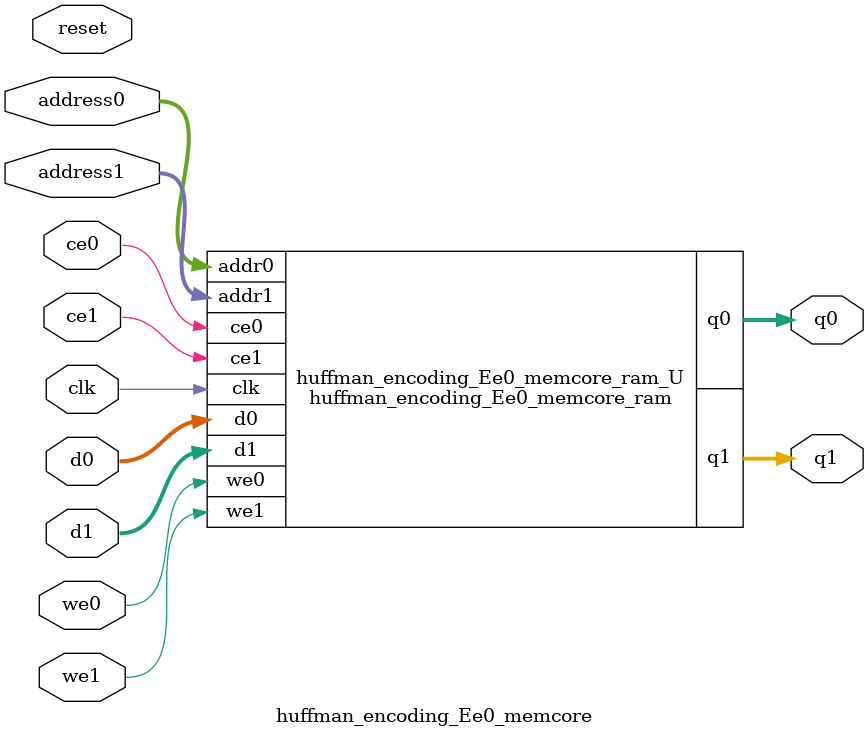
<source format=v>
`timescale 1 ns / 1 ps
module huffman_encoding_Ee0_memcore_ram (addr0, ce0, d0, we0, q0, addr1, ce1, d1, we1, q1,  clk);

parameter DWIDTH = 5;
parameter AWIDTH = 9;
parameter MEM_SIZE = 512;

input[AWIDTH-1:0] addr0;
input ce0;
input[DWIDTH-1:0] d0;
input we0;
output reg[DWIDTH-1:0] q0;
input[AWIDTH-1:0] addr1;
input ce1;
input[DWIDTH-1:0] d1;
input we1;
output reg[DWIDTH-1:0] q1;
input clk;

(* ram_style = "block" *)reg [DWIDTH-1:0] ram[0:MEM_SIZE-1];




always @(posedge clk)  
begin 
    if (ce0) begin
        if (we0) 
            ram[addr0] <= d0; 
        q0 <= ram[addr0];
    end
end


always @(posedge clk)  
begin 
    if (ce1) begin
        if (we1) 
            ram[addr1] <= d1; 
        q1 <= ram[addr1];
    end
end


endmodule

`timescale 1 ns / 1 ps
module huffman_encoding_Ee0_memcore(
    reset,
    clk,
    address0,
    ce0,
    we0,
    d0,
    q0,
    address1,
    ce1,
    we1,
    d1,
    q1);

parameter DataWidth = 32'd5;
parameter AddressRange = 32'd512;
parameter AddressWidth = 32'd9;
input reset;
input clk;
input[AddressWidth - 1:0] address0;
input ce0;
input we0;
input[DataWidth - 1:0] d0;
output[DataWidth - 1:0] q0;
input[AddressWidth - 1:0] address1;
input ce1;
input we1;
input[DataWidth - 1:0] d1;
output[DataWidth - 1:0] q1;



huffman_encoding_Ee0_memcore_ram huffman_encoding_Ee0_memcore_ram_U(
    .clk( clk ),
    .addr0( address0 ),
    .ce0( ce0 ),
    .we0( we0 ),
    .d0( d0 ),
    .q0( q0 ),
    .addr1( address1 ),
    .ce1( ce1 ),
    .we1( we1 ),
    .d1( d1 ),
    .q1( q1 ));

endmodule


</source>
